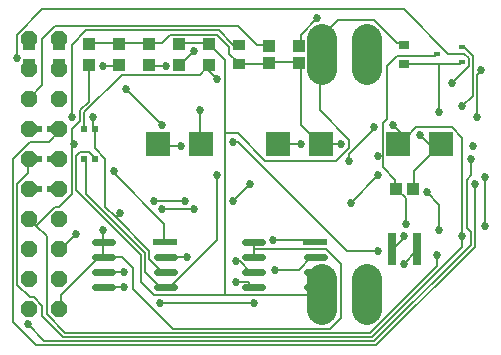
<source format=gbl>
G04 EAGLE Gerber RS-274X export*
G75*
%MOMM*%
%FSLAX34Y34*%
%LPD*%
%INBottom layer*%
%IPPOS*%
%AMOC8*
5,1,8,0,0,1.08239X$1,22.5*%
G01*
%ADD10R,1.000000X1.100000*%
%ADD11R,0.980000X0.920000*%
%ADD12R,2.000000X2.000000*%
%ADD13R,0.800000X2.700000*%
%ADD14R,0.600000X0.400000*%
%ADD15R,0.930000X0.790000*%
%ADD16R,2.065000X0.626000*%
%ADD17C,0.626000*%
%ADD18R,1.020000X1.000000*%
%ADD19R,1.000000X1.020000*%
%ADD20R,0.540000X0.600000*%
%ADD21P,1.539592X8X112.500000*%
%ADD22C,2.552700*%
%ADD23C,0.177800*%
%ADD24C,0.685800*%


D10*
X317500Y232800D03*
X317500Y249800D03*
D11*
X292100Y233550D03*
X292100Y249050D03*
D12*
X183100Y165100D03*
X147100Y165100D03*
D13*
X366600Y76200D03*
X344600Y76200D03*
D14*
X404200Y247800D03*
X404200Y234800D03*
X383200Y241300D03*
D15*
X355600Y249500D03*
X355600Y233100D03*
D16*
X153210Y82550D03*
D17*
X160405Y69850D02*
X146015Y69850D01*
X146015Y57150D02*
X160405Y57150D01*
X160405Y44450D02*
X146015Y44450D01*
X107985Y44450D02*
X93595Y44450D01*
X93595Y57150D02*
X107985Y57150D01*
X107985Y69850D02*
X93595Y69850D01*
X93595Y82550D02*
X107985Y82550D01*
D18*
X266700Y233710D03*
X266700Y248890D03*
X241300Y233710D03*
X241300Y248890D03*
D19*
X363190Y127000D03*
X348010Y127000D03*
D11*
X215900Y233550D03*
X215900Y249050D03*
D10*
X190500Y232800D03*
X190500Y249800D03*
X165100Y232800D03*
X165100Y249800D03*
X139700Y232800D03*
X139700Y249800D03*
X114300Y232800D03*
X114300Y249800D03*
X88900Y232800D03*
X88900Y249800D03*
X63500Y232800D03*
X63500Y249800D03*
D12*
X284700Y165100D03*
X248700Y165100D03*
X386300Y165100D03*
X350300Y165100D03*
D16*
X280210Y82550D03*
D17*
X287405Y69850D02*
X273015Y69850D01*
X273015Y57150D02*
X287405Y57150D01*
X287405Y44450D02*
X273015Y44450D01*
X234985Y44450D02*
X220595Y44450D01*
X220595Y57150D02*
X234985Y57150D01*
X234985Y69850D02*
X220595Y69850D01*
X220595Y82550D02*
X234985Y82550D01*
D11*
X38100Y233550D03*
X38100Y249050D03*
D20*
X93200Y152400D03*
X84600Y152400D03*
X93200Y177800D03*
X84600Y177800D03*
D21*
X63500Y25400D03*
X38100Y25400D03*
X63500Y50800D03*
X38100Y50800D03*
X63500Y76200D03*
X38100Y76200D03*
X63500Y101600D03*
X38100Y101600D03*
X63500Y127000D03*
X38100Y127000D03*
X63500Y152400D03*
X38100Y152400D03*
X63500Y177800D03*
X38100Y177800D03*
X63500Y203200D03*
X38100Y203200D03*
X63500Y228600D03*
X38100Y228600D03*
X63500Y254000D03*
X38100Y254000D03*
D20*
X55100Y177800D03*
X46500Y177800D03*
X55100Y152400D03*
X46500Y152400D03*
X55100Y127000D03*
X46500Y127000D03*
D22*
X285750Y228537D02*
X285750Y254064D01*
X323850Y254064D02*
X323850Y228537D01*
X285750Y50864D02*
X285750Y25337D01*
X323850Y25337D02*
X323850Y50864D01*
D23*
X354838Y64262D02*
X365506Y74930D01*
X366600Y76200D01*
X84582Y178054D02*
X84582Y192278D01*
X116586Y224282D01*
X182372Y224282D01*
X187706Y229616D02*
X189484Y231394D01*
X187706Y229616D02*
X182372Y224282D01*
X84582Y178054D02*
X84600Y177800D01*
X189484Y231394D02*
X190500Y232800D01*
X267716Y249174D02*
X267716Y258064D01*
X281940Y272288D01*
X267716Y249174D02*
X266700Y248890D01*
X196596Y220726D02*
X187706Y229616D01*
X190500Y232800D01*
X424180Y137160D02*
X424180Y96266D01*
D24*
X354838Y64262D03*
X281940Y272288D03*
X196596Y220726D03*
X424180Y96266D03*
X424180Y137160D03*
D23*
X381508Y240284D02*
X349504Y240284D01*
X340614Y231394D01*
X340614Y186944D01*
X337058Y183388D01*
X337058Y154940D02*
X337058Y146050D01*
X337058Y154940D02*
X337058Y183388D01*
X337058Y146050D02*
X347726Y135382D01*
X347726Y128270D01*
X381508Y240284D02*
X383200Y241300D01*
X347726Y128270D02*
X348010Y127000D01*
X166370Y163830D02*
X148590Y163830D01*
X333502Y154940D02*
X337058Y154940D01*
X148590Y163830D02*
X147100Y165100D01*
X345948Y76708D02*
X354838Y85598D01*
X354838Y87376D01*
X356616Y98044D02*
X356616Y119380D01*
X349504Y126492D01*
X345948Y76708D02*
X344600Y76200D01*
X349504Y126492D02*
X348010Y127000D01*
D24*
X166370Y163830D03*
X333502Y154940D03*
X354838Y87376D03*
X356616Y98044D03*
D23*
X395732Y217170D02*
X409956Y231394D01*
X409956Y238506D01*
X406400Y242062D01*
X392176Y242062D01*
X354838Y279400D01*
X49022Y279400D01*
X27686Y258064D01*
X27686Y238506D01*
D24*
X395732Y217170D03*
X27686Y238506D03*
D23*
X404622Y247396D02*
X406400Y247396D01*
X413512Y240284D01*
X413512Y206502D01*
X404622Y197612D01*
X404622Y247396D02*
X404200Y247800D01*
D24*
X404622Y197612D03*
D23*
X385064Y233172D02*
X356616Y233172D01*
X385064Y233172D02*
X402844Y233172D01*
X404200Y234800D01*
X356616Y233172D02*
X355600Y233100D01*
X385064Y233172D02*
X385064Y192278D01*
D24*
X385064Y192278D03*
D23*
X333502Y138938D02*
X310388Y115824D01*
X177038Y110490D02*
X150368Y110490D01*
X77470Y89154D02*
X65024Y76708D01*
X63500Y76200D01*
D24*
X333502Y138938D03*
X310388Y115824D03*
X177038Y110490D03*
X150368Y110490D03*
X77470Y89154D03*
D23*
X411734Y138938D02*
X411734Y153162D01*
X411734Y138938D02*
X408178Y135382D01*
X408178Y94488D01*
X411734Y90932D01*
X411734Y80264D01*
X329946Y-1524D01*
X50800Y-1524D01*
X36576Y12700D01*
D24*
X411734Y153162D03*
X36576Y12700D03*
D23*
X210820Y117602D02*
X225044Y131826D01*
X169926Y117602D02*
X143256Y117602D01*
D24*
X225044Y131826D03*
X210820Y117602D03*
X169926Y117602D03*
X143256Y117602D03*
D23*
X417068Y188722D02*
X417068Y224282D01*
X420624Y227838D01*
D24*
X417068Y188722D03*
X420624Y227838D03*
D23*
X228600Y30480D02*
X148590Y30480D01*
D24*
X228600Y30480D03*
X148590Y30480D03*
D23*
X415290Y78486D02*
X415290Y131826D01*
X415290Y78486D02*
X331724Y-5080D01*
X43688Y-5080D01*
X24130Y14478D01*
X24130Y153162D01*
X38354Y167386D01*
X54356Y167386D01*
X63246Y176276D01*
X63500Y177800D01*
D24*
X415290Y131826D03*
D23*
X177038Y243840D02*
X166370Y233172D01*
X165100Y232800D01*
D24*
X177038Y243840D03*
D23*
X306832Y74930D02*
X333502Y74930D01*
X306832Y74930D02*
X214376Y167386D01*
X210820Y167386D01*
X153924Y231394D02*
X139700Y231394D01*
X139700Y232800D01*
D24*
X333502Y74930D03*
X210820Y167386D03*
X153924Y231394D03*
D23*
X230378Y249174D02*
X241046Y249174D01*
X230378Y249174D02*
X214376Y265176D01*
X59690Y265176D01*
X49022Y254508D01*
X49022Y215392D01*
X38354Y204724D01*
X241046Y249174D02*
X241300Y248890D01*
X38354Y204724D02*
X38100Y203200D01*
X182372Y194056D02*
X182372Y165608D01*
X183100Y165100D01*
D24*
X182372Y194056D03*
D23*
X113030Y231394D02*
X100584Y231394D01*
X113030Y231394D02*
X114300Y232800D01*
X385064Y114046D02*
X385064Y92710D01*
X385064Y114046D02*
X374396Y124714D01*
X150368Y181610D02*
X120142Y211836D01*
D24*
X100584Y231394D03*
X385064Y92710D03*
X374396Y124714D03*
X120142Y211836D03*
X150368Y181610D03*
D23*
X383286Y71374D02*
X383286Y62484D01*
X326390Y5588D01*
X68580Y5588D01*
X52578Y21590D01*
X52578Y87376D01*
X43688Y96266D02*
X38354Y101600D01*
X43688Y96266D02*
X52578Y87376D01*
X38354Y101600D02*
X38100Y101600D01*
X88138Y201168D02*
X88138Y231394D01*
X88138Y201168D02*
X81026Y194056D01*
X81026Y185166D01*
X73914Y178054D01*
X73914Y165608D02*
X73914Y122936D01*
X73914Y165608D02*
X73914Y178054D01*
X73914Y122936D02*
X63246Y112268D01*
X59690Y112268D01*
X43688Y96266D01*
X88138Y231394D02*
X88900Y232800D01*
X75692Y165608D02*
X73914Y165608D01*
D24*
X383286Y71374D03*
X75692Y165608D03*
D23*
X363728Y142494D02*
X363728Y128270D01*
X381508Y160274D02*
X385064Y163830D01*
X381508Y160274D02*
X363728Y142494D01*
X363728Y128270D02*
X363190Y127000D01*
X385064Y163830D02*
X386300Y165100D01*
X267716Y165608D02*
X249936Y165608D01*
X369062Y172720D02*
X381508Y160274D01*
X249936Y165608D02*
X248700Y165100D01*
X381508Y160274D02*
X386300Y165100D01*
D24*
X267716Y165608D03*
X369062Y172720D03*
D23*
X404622Y170942D02*
X404622Y87376D01*
X404622Y170942D02*
X395732Y179832D01*
X365506Y179832D01*
X356616Y170942D02*
X351282Y165608D01*
X356616Y170942D02*
X365506Y179832D01*
X351282Y165608D02*
X350300Y165100D01*
X308610Y156718D02*
X308610Y151384D01*
X308610Y156718D02*
X329946Y178054D01*
X329946Y179832D01*
X345948Y181610D02*
X356616Y170942D01*
X350300Y165100D01*
X36576Y151384D02*
X36576Y140716D01*
X27686Y131826D01*
X27686Y46482D01*
X38354Y35814D01*
X41910Y35814D01*
X49022Y28702D01*
X49022Y19812D01*
X66802Y2032D01*
X328168Y2032D01*
X404622Y78486D01*
X404622Y87376D01*
X38100Y152400D02*
X36576Y151384D01*
D24*
X404622Y87376D03*
X308610Y151384D03*
X329946Y179832D03*
X345948Y181610D03*
D23*
X152146Y98044D02*
X152146Y83820D01*
X152146Y98044D02*
X109474Y140716D01*
X109474Y142494D01*
X152146Y83820D02*
X153210Y82550D01*
X244602Y83820D02*
X280162Y83820D01*
X280210Y82550D01*
D24*
X109474Y142494D03*
X244602Y83820D03*
D23*
X118364Y44704D02*
X102362Y44704D01*
X212598Y48260D02*
X223266Y48260D01*
X226822Y44704D01*
X102362Y44704D02*
X100790Y44450D01*
X226822Y44704D02*
X227790Y44450D01*
D24*
X118364Y44704D03*
X212598Y48260D03*
D23*
X171704Y69596D02*
X153924Y69596D01*
X246380Y58928D02*
X265938Y58928D01*
X276606Y69596D01*
X280162Y69596D01*
X153924Y69596D02*
X153210Y69850D01*
X280162Y69596D02*
X280210Y69850D01*
D24*
X171704Y69596D03*
X246380Y58928D03*
D23*
X118364Y57150D02*
X100790Y57150D01*
X212598Y66040D02*
X216154Y66040D01*
X225044Y57150D01*
X227790Y57150D01*
D24*
X118364Y57150D03*
X212598Y66040D03*
D23*
X349504Y250952D02*
X354838Y250952D01*
X349504Y250952D02*
X329946Y270510D01*
X299720Y270510D01*
X283718Y254508D01*
X283718Y243840D01*
X285496Y242062D01*
X354838Y250952D02*
X355600Y249500D01*
X285750Y241300D02*
X285496Y242062D01*
X189484Y250952D02*
X166370Y250952D01*
X165100Y249800D01*
X189484Y250952D02*
X190500Y249800D01*
X91694Y154940D02*
X91694Y153162D01*
X91694Y154940D02*
X88138Y158496D01*
X81026Y158496D01*
X77470Y154940D01*
X77470Y126492D01*
X132588Y71374D01*
X132588Y48260D01*
X143256Y37592D01*
X203708Y37592D02*
X285496Y37592D01*
X203708Y37592D02*
X143256Y37592D01*
X93200Y152400D02*
X91694Y153162D01*
X285750Y38100D02*
X285496Y37592D01*
X203708Y236728D02*
X191262Y249174D01*
X203708Y174498D02*
X203708Y37592D01*
X203708Y174498D02*
X203708Y236728D01*
X191262Y249174D02*
X190500Y249800D01*
X283718Y238506D02*
X285496Y240284D01*
X283718Y238506D02*
X283718Y194056D01*
X308610Y169164D01*
X308610Y162052D01*
X297942Y151384D01*
X237490Y151384D01*
X214376Y174498D01*
X203708Y174498D01*
X285496Y240284D02*
X285750Y241300D01*
X228600Y82042D02*
X228600Y76708D01*
X228600Y71374D01*
X227790Y69850D01*
X228600Y82042D02*
X227790Y82550D01*
X100584Y82042D02*
X100584Y71374D01*
X100790Y69850D01*
X100584Y82042D02*
X100790Y82550D01*
X100584Y69596D02*
X97028Y69596D01*
X65024Y37592D01*
X65024Y26924D01*
X100584Y69596D02*
X100790Y69850D01*
X65024Y26924D02*
X63500Y25400D01*
X228600Y76708D02*
X289052Y76708D01*
X301498Y64262D01*
X301498Y18034D01*
X292608Y9144D01*
X159258Y9144D01*
X125476Y42926D01*
X125476Y60706D01*
X116586Y69596D01*
X102362Y69596D01*
X100790Y69850D01*
X93472Y162052D02*
X93472Y176276D01*
X93472Y162052D02*
X102362Y153162D01*
X102362Y112268D01*
X111252Y103378D02*
X139700Y74930D01*
X111252Y103378D02*
X102362Y112268D01*
X139700Y74930D02*
X139700Y67818D01*
X150368Y57150D01*
X153210Y57150D01*
X93472Y176276D02*
X93200Y177800D01*
X210820Y249174D02*
X214376Y249174D01*
X210820Y249174D02*
X198374Y261620D01*
X86360Y261620D01*
X73914Y249174D01*
X73914Y188722D01*
X91694Y188722D02*
X91694Y178054D01*
X214376Y249174D02*
X215900Y249050D01*
X93200Y177800D02*
X91694Y178054D01*
X100584Y92710D02*
X100584Y83820D01*
X111252Y103378D02*
X114808Y106934D01*
X100584Y83820D02*
X100790Y82550D01*
D24*
X73914Y188722D03*
X91694Y188722D03*
X100584Y92710D03*
X114808Y106934D03*
X413512Y163830D03*
D23*
X86360Y151384D02*
X86360Y122936D01*
X136144Y73152D01*
X136144Y57150D01*
X148590Y44704D01*
X152146Y44704D01*
X153210Y44450D01*
X113030Y250952D02*
X89916Y250952D01*
X88900Y249800D01*
X113030Y250952D02*
X114300Y249800D01*
X114808Y250952D02*
X139700Y250952D01*
X114808Y250952D02*
X114300Y249800D01*
X216154Y233172D02*
X241046Y233172D01*
X216154Y233172D02*
X215900Y233550D01*
X241046Y233172D02*
X241300Y233710D01*
X242824Y234950D02*
X265938Y234950D01*
X266700Y233710D01*
X242824Y234950D02*
X241300Y233710D01*
X285496Y165608D02*
X301498Y165608D01*
X285496Y165608D02*
X284700Y165100D01*
X267716Y181610D02*
X267716Y233172D01*
X267716Y181610D02*
X283718Y165608D01*
X267716Y233172D02*
X266700Y233710D01*
X283718Y165608D02*
X284700Y165100D01*
X150368Y250952D02*
X139700Y250952D01*
X150368Y250952D02*
X157480Y258064D01*
X196596Y258064D01*
X207264Y247396D01*
X207264Y242062D01*
X214376Y234950D01*
X139700Y249800D02*
X139700Y250952D01*
X214376Y234950D02*
X215900Y233550D01*
X157480Y44704D02*
X153924Y44704D01*
X157480Y44704D02*
X196596Y83820D01*
X196596Y138938D01*
X153924Y44704D02*
X153210Y44450D01*
D24*
X301498Y165608D03*
X196596Y138938D03*
M02*

</source>
